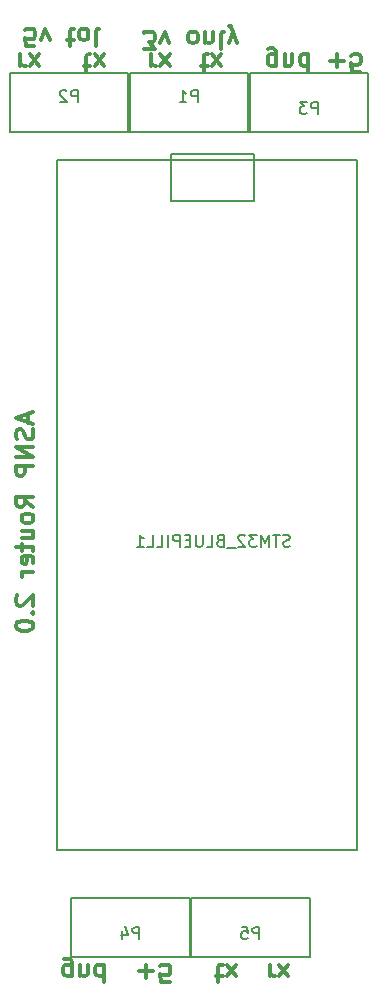
<source format=gbr>
%TF.GenerationSoftware,KiCad,Pcbnew,(5.1.6)-1*%
%TF.CreationDate,2020-06-28T19:49:48+04:00*%
%TF.ProjectId,SmartHousePowerUARTRouter,536d6172-7448-46f7-9573-65506f776572,rev?*%
%TF.SameCoordinates,Original*%
%TF.FileFunction,Legend,Bot*%
%TF.FilePolarity,Positive*%
%FSLAX46Y46*%
G04 Gerber Fmt 4.6, Leading zero omitted, Abs format (unit mm)*
G04 Created by KiCad (PCBNEW (5.1.6)-1) date 2020-06-28 19:49:48*
%MOMM*%
%LPD*%
G01*
G04 APERTURE LIST*
%ADD10C,0.300000*%
%ADD11C,0.150000*%
G04 APERTURE END LIST*
D10*
X250440000Y-83531428D02*
X250440000Y-84245714D01*
X250868571Y-83388571D02*
X249368571Y-83888571D01*
X250868571Y-84388571D01*
X250797142Y-84817142D02*
X250868571Y-85031428D01*
X250868571Y-85388571D01*
X250797142Y-85531428D01*
X250725714Y-85602857D01*
X250582857Y-85674285D01*
X250440000Y-85674285D01*
X250297142Y-85602857D01*
X250225714Y-85531428D01*
X250154285Y-85388571D01*
X250082857Y-85102857D01*
X250011428Y-84960000D01*
X249940000Y-84888571D01*
X249797142Y-84817142D01*
X249654285Y-84817142D01*
X249511428Y-84888571D01*
X249440000Y-84960000D01*
X249368571Y-85102857D01*
X249368571Y-85460000D01*
X249440000Y-85674285D01*
X250868571Y-86317142D02*
X249368571Y-86317142D01*
X250868571Y-87174285D01*
X249368571Y-87174285D01*
X250868571Y-87888571D02*
X249368571Y-87888571D01*
X249368571Y-88460000D01*
X249440000Y-88602857D01*
X249511428Y-88674285D01*
X249654285Y-88745714D01*
X249868571Y-88745714D01*
X250011428Y-88674285D01*
X250082857Y-88602857D01*
X250154285Y-88460000D01*
X250154285Y-87888571D01*
X250868571Y-91388571D02*
X250154285Y-90888571D01*
X250868571Y-90531428D02*
X249368571Y-90531428D01*
X249368571Y-91102857D01*
X249440000Y-91245714D01*
X249511428Y-91317142D01*
X249654285Y-91388571D01*
X249868571Y-91388571D01*
X250011428Y-91317142D01*
X250082857Y-91245714D01*
X250154285Y-91102857D01*
X250154285Y-90531428D01*
X250868571Y-92245714D02*
X250797142Y-92102857D01*
X250725714Y-92031428D01*
X250582857Y-91960000D01*
X250154285Y-91960000D01*
X250011428Y-92031428D01*
X249940000Y-92102857D01*
X249868571Y-92245714D01*
X249868571Y-92460000D01*
X249940000Y-92602857D01*
X250011428Y-92674285D01*
X250154285Y-92745714D01*
X250582857Y-92745714D01*
X250725714Y-92674285D01*
X250797142Y-92602857D01*
X250868571Y-92460000D01*
X250868571Y-92245714D01*
X249868571Y-94031428D02*
X250868571Y-94031428D01*
X249868571Y-93388571D02*
X250654285Y-93388571D01*
X250797142Y-93460000D01*
X250868571Y-93602857D01*
X250868571Y-93817142D01*
X250797142Y-93960000D01*
X250725714Y-94031428D01*
X249868571Y-94531428D02*
X249868571Y-95102857D01*
X249368571Y-94745714D02*
X250654285Y-94745714D01*
X250797142Y-94817142D01*
X250868571Y-94960000D01*
X250868571Y-95102857D01*
X250797142Y-96174285D02*
X250868571Y-96031428D01*
X250868571Y-95745714D01*
X250797142Y-95602857D01*
X250654285Y-95531428D01*
X250082857Y-95531428D01*
X249940000Y-95602857D01*
X249868571Y-95745714D01*
X249868571Y-96031428D01*
X249940000Y-96174285D01*
X250082857Y-96245714D01*
X250225714Y-96245714D01*
X250368571Y-95531428D01*
X250868571Y-96888571D02*
X249868571Y-96888571D01*
X250154285Y-96888571D02*
X250011428Y-96960000D01*
X249940000Y-97031428D01*
X249868571Y-97174285D01*
X249868571Y-97317142D01*
X249511428Y-98888571D02*
X249440000Y-98960000D01*
X249368571Y-99102857D01*
X249368571Y-99460000D01*
X249440000Y-99602857D01*
X249511428Y-99674285D01*
X249654285Y-99745714D01*
X249797142Y-99745714D01*
X250011428Y-99674285D01*
X250868571Y-98817142D01*
X250868571Y-99745714D01*
X250725714Y-100388571D02*
X250797142Y-100460000D01*
X250868571Y-100388571D01*
X250797142Y-100317142D01*
X250725714Y-100388571D01*
X250868571Y-100388571D01*
X249368571Y-101388571D02*
X249368571Y-101531428D01*
X249440000Y-101674285D01*
X249511428Y-101745714D01*
X249654285Y-101817142D01*
X249940000Y-101888571D01*
X250297142Y-101888571D01*
X250582857Y-101817142D01*
X250725714Y-101745714D01*
X250797142Y-101674285D01*
X250868571Y-101531428D01*
X250868571Y-101388571D01*
X250797142Y-101245714D01*
X250725714Y-101174285D01*
X250582857Y-101102857D01*
X250297142Y-101031428D01*
X249940000Y-101031428D01*
X249654285Y-101102857D01*
X249511428Y-101174285D01*
X249440000Y-101245714D01*
X249368571Y-101388571D01*
X250952285Y-52383428D02*
X250238000Y-52383428D01*
X250166571Y-51669142D01*
X250238000Y-51740571D01*
X250380857Y-51812000D01*
X250738000Y-51812000D01*
X250880857Y-51740571D01*
X250952285Y-51669142D01*
X251023714Y-51526285D01*
X251023714Y-51169142D01*
X250952285Y-51026285D01*
X250880857Y-50954857D01*
X250738000Y-50883428D01*
X250380857Y-50883428D01*
X250238000Y-50954857D01*
X250166571Y-51026285D01*
X251523714Y-51883428D02*
X251880857Y-50883428D01*
X252238000Y-51883428D01*
X253738000Y-51883428D02*
X254309428Y-51883428D01*
X253952285Y-52383428D02*
X253952285Y-51097714D01*
X254023714Y-50954857D01*
X254166571Y-50883428D01*
X254309428Y-50883428D01*
X255023714Y-50883428D02*
X254880857Y-50954857D01*
X254809428Y-51026285D01*
X254738000Y-51169142D01*
X254738000Y-51597714D01*
X254809428Y-51740571D01*
X254880857Y-51812000D01*
X255023714Y-51883428D01*
X255238000Y-51883428D01*
X255380857Y-51812000D01*
X255452285Y-51740571D01*
X255523714Y-51597714D01*
X255523714Y-51169142D01*
X255452285Y-51026285D01*
X255380857Y-50954857D01*
X255238000Y-50883428D01*
X255023714Y-50883428D01*
X256380857Y-50883428D02*
X256238000Y-50954857D01*
X256166571Y-51097714D01*
X256166571Y-52383428D01*
X260195714Y-52637428D02*
X261124285Y-52637428D01*
X260624285Y-52066000D01*
X260838571Y-52066000D01*
X260981428Y-51994571D01*
X261052857Y-51923142D01*
X261124285Y-51780285D01*
X261124285Y-51423142D01*
X261052857Y-51280285D01*
X260981428Y-51208857D01*
X260838571Y-51137428D01*
X260410000Y-51137428D01*
X260267142Y-51208857D01*
X260195714Y-51280285D01*
X261624285Y-52137428D02*
X261981428Y-51137428D01*
X262338571Y-52137428D01*
X264267142Y-51137428D02*
X264124285Y-51208857D01*
X264052857Y-51280285D01*
X263981428Y-51423142D01*
X263981428Y-51851714D01*
X264052857Y-51994571D01*
X264124285Y-52066000D01*
X264267142Y-52137428D01*
X264481428Y-52137428D01*
X264624285Y-52066000D01*
X264695714Y-51994571D01*
X264767142Y-51851714D01*
X264767142Y-51423142D01*
X264695714Y-51280285D01*
X264624285Y-51208857D01*
X264481428Y-51137428D01*
X264267142Y-51137428D01*
X265410000Y-52137428D02*
X265410000Y-51137428D01*
X265410000Y-51994571D02*
X265481428Y-52066000D01*
X265624285Y-52137428D01*
X265838571Y-52137428D01*
X265981428Y-52066000D01*
X266052857Y-51923142D01*
X266052857Y-51137428D01*
X266981428Y-51137428D02*
X266838571Y-51208857D01*
X266767142Y-51351714D01*
X266767142Y-52637428D01*
X267410000Y-52137428D02*
X267767142Y-51137428D01*
X268124285Y-52137428D02*
X267767142Y-51137428D01*
X267624285Y-50780285D01*
X267552857Y-50708857D01*
X267410000Y-50637428D01*
X254104285Y-131131428D02*
X254104285Y-129917142D01*
X254032857Y-129774285D01*
X253961428Y-129702857D01*
X253818571Y-129631428D01*
X253604285Y-129631428D01*
X253461428Y-129702857D01*
X254104285Y-130202857D02*
X253961428Y-130131428D01*
X253675714Y-130131428D01*
X253532857Y-130202857D01*
X253461428Y-130274285D01*
X253390000Y-130417142D01*
X253390000Y-130845714D01*
X253461428Y-130988571D01*
X253532857Y-131060000D01*
X253675714Y-131131428D01*
X253961428Y-131131428D01*
X254104285Y-131060000D01*
X254818571Y-131131428D02*
X254818571Y-130131428D01*
X254818571Y-130988571D02*
X254890000Y-131060000D01*
X255032857Y-131131428D01*
X255247142Y-131131428D01*
X255390000Y-131060000D01*
X255461428Y-130917142D01*
X255461428Y-130131428D01*
X256818571Y-130131428D02*
X256818571Y-131631428D01*
X256818571Y-130202857D02*
X256675714Y-130131428D01*
X256390000Y-130131428D01*
X256247142Y-130202857D01*
X256175714Y-130274285D01*
X256104285Y-130417142D01*
X256104285Y-130845714D01*
X256175714Y-130988571D01*
X256247142Y-131060000D01*
X256390000Y-131131428D01*
X256675714Y-131131428D01*
X256818571Y-131060000D01*
X259818571Y-130702857D02*
X260961428Y-130702857D01*
X260390000Y-130131428D02*
X260390000Y-131274285D01*
X262390000Y-131631428D02*
X261675714Y-131631428D01*
X261604285Y-130917142D01*
X261675714Y-130988571D01*
X261818571Y-131060000D01*
X262175714Y-131060000D01*
X262318571Y-130988571D01*
X262390000Y-130917142D01*
X262461428Y-130774285D01*
X262461428Y-130417142D01*
X262390000Y-130274285D01*
X262318571Y-130202857D01*
X262175714Y-130131428D01*
X261818571Y-130131428D01*
X261675714Y-130202857D01*
X261604285Y-130274285D01*
X266318571Y-131131428D02*
X266890000Y-131131428D01*
X266532857Y-131631428D02*
X266532857Y-130345714D01*
X266604285Y-130202857D01*
X266747142Y-130131428D01*
X266890000Y-130131428D01*
X267247142Y-130131428D02*
X268032857Y-131131428D01*
X267247142Y-131131428D02*
X268032857Y-130131428D01*
X270890000Y-130131428D02*
X270890000Y-131131428D01*
X270890000Y-130845714D02*
X270961428Y-130988571D01*
X271032857Y-131060000D01*
X271175714Y-131131428D01*
X271318571Y-131131428D01*
X271675714Y-130131428D02*
X272461428Y-131131428D01*
X271675714Y-131131428D02*
X272461428Y-130131428D01*
X249767142Y-53042428D02*
X249767142Y-54042428D01*
X249767142Y-53756714D02*
X249838571Y-53899571D01*
X249910000Y-53971000D01*
X250052857Y-54042428D01*
X250195714Y-54042428D01*
X250552857Y-53042428D02*
X251338571Y-54042428D01*
X250552857Y-54042428D02*
X251338571Y-53042428D01*
X255124285Y-54042428D02*
X255695714Y-54042428D01*
X255338571Y-54542428D02*
X255338571Y-53256714D01*
X255410000Y-53113857D01*
X255552857Y-53042428D01*
X255695714Y-53042428D01*
X256052857Y-53042428D02*
X256838571Y-54042428D01*
X256052857Y-54042428D02*
X256838571Y-53042428D01*
X260838571Y-53042428D02*
X260838571Y-54042428D01*
X260838571Y-53756714D02*
X260910000Y-53899571D01*
X260981428Y-53971000D01*
X261124285Y-54042428D01*
X261267142Y-54042428D01*
X261624285Y-53042428D02*
X262410000Y-54042428D01*
X261624285Y-54042428D02*
X262410000Y-53042428D01*
X265052857Y-54042428D02*
X265624285Y-54042428D01*
X265267142Y-54542428D02*
X265267142Y-53256714D01*
X265338571Y-53113857D01*
X265481428Y-53042428D01*
X265624285Y-53042428D01*
X265981428Y-53042428D02*
X266767142Y-54042428D01*
X265981428Y-54042428D02*
X266767142Y-53042428D01*
X271410000Y-54042428D02*
X271410000Y-52828142D01*
X271338571Y-52685285D01*
X271267142Y-52613857D01*
X271124285Y-52542428D01*
X270910000Y-52542428D01*
X270767142Y-52613857D01*
X271410000Y-53113857D02*
X271267142Y-53042428D01*
X270981428Y-53042428D01*
X270838571Y-53113857D01*
X270767142Y-53185285D01*
X270695714Y-53328142D01*
X270695714Y-53756714D01*
X270767142Y-53899571D01*
X270838571Y-53971000D01*
X270981428Y-54042428D01*
X271267142Y-54042428D01*
X271410000Y-53971000D01*
X272124285Y-54042428D02*
X272124285Y-53042428D01*
X272124285Y-53899571D02*
X272195714Y-53971000D01*
X272338571Y-54042428D01*
X272552857Y-54042428D01*
X272695714Y-53971000D01*
X272767142Y-53828142D01*
X272767142Y-53042428D01*
X274124285Y-53042428D02*
X274124285Y-54542428D01*
X274124285Y-53113857D02*
X273981428Y-53042428D01*
X273695714Y-53042428D01*
X273552857Y-53113857D01*
X273481428Y-53185285D01*
X273410000Y-53328142D01*
X273410000Y-53756714D01*
X273481428Y-53899571D01*
X273552857Y-53971000D01*
X273695714Y-54042428D01*
X273981428Y-54042428D01*
X274124285Y-53971000D01*
X275981428Y-53613857D02*
X277124285Y-53613857D01*
X276552857Y-53042428D02*
X276552857Y-54185285D01*
X278552857Y-54542428D02*
X277838571Y-54542428D01*
X277767142Y-53828142D01*
X277838571Y-53899571D01*
X277981428Y-53971000D01*
X278338571Y-53971000D01*
X278481428Y-53899571D01*
X278552857Y-53828142D01*
X278624285Y-53685285D01*
X278624285Y-53328142D01*
X278552857Y-53185285D01*
X278481428Y-53113857D01*
X278338571Y-53042428D01*
X277981428Y-53042428D01*
X277838571Y-53113857D01*
X277767142Y-53185285D01*
D11*
%TO.C,STM32_BLUEPILL1*%
X278280000Y-120440000D02*
X278280000Y-62020000D01*
X252880000Y-120440000D02*
X278280000Y-120440000D01*
X252880000Y-62020000D02*
X252880000Y-120440000D01*
X278280000Y-62020000D02*
X252880000Y-62020000D01*
X269500000Y-61500000D02*
X262500000Y-61500000D01*
X269500000Y-65500000D02*
X269500000Y-61500000D01*
X262500000Y-65500000D02*
X269500000Y-65500000D01*
X262500000Y-61500000D02*
X262500000Y-65500000D01*
%TO.C,P1*%
X259033000Y-54650000D02*
X259033000Y-59650000D01*
X269033000Y-54650000D02*
X259033000Y-54650000D01*
X269033000Y-59650000D02*
X269033000Y-54650000D01*
X259033000Y-59650000D02*
X269033000Y-59650000D01*
%TO.C,P2*%
X248873000Y-54650000D02*
X248873000Y-59650000D01*
X258873000Y-54650000D02*
X248873000Y-54650000D01*
X258873000Y-59650000D02*
X258873000Y-54650000D01*
X248873000Y-59650000D02*
X258873000Y-59650000D01*
%TO.C,P3*%
X279193000Y-59650000D02*
X279193000Y-54650000D01*
X269193000Y-59650000D02*
X279193000Y-59650000D01*
X269193000Y-54650000D02*
X269193000Y-59650000D01*
X279193000Y-54650000D02*
X269193000Y-54650000D01*
%TO.C,P4*%
X264080000Y-129500000D02*
X264080000Y-124500000D01*
X254080000Y-129500000D02*
X264080000Y-129500000D01*
X254080000Y-124500000D02*
X254080000Y-129500000D01*
X264080000Y-124500000D02*
X254080000Y-124500000D01*
%TO.C,P5*%
X274240000Y-129500000D02*
X274240000Y-124500000D01*
X264240000Y-129500000D02*
X274240000Y-129500000D01*
X264240000Y-124500000D02*
X264240000Y-129500000D01*
X274240000Y-124500000D02*
X264240000Y-124500000D01*
%TO.C,STM32_BLUEPILL1*%
X272576190Y-94704761D02*
X272433333Y-94752380D01*
X272195238Y-94752380D01*
X272100000Y-94704761D01*
X272052380Y-94657142D01*
X272004761Y-94561904D01*
X272004761Y-94466666D01*
X272052380Y-94371428D01*
X272100000Y-94323809D01*
X272195238Y-94276190D01*
X272385714Y-94228571D01*
X272480952Y-94180952D01*
X272528571Y-94133333D01*
X272576190Y-94038095D01*
X272576190Y-93942857D01*
X272528571Y-93847619D01*
X272480952Y-93800000D01*
X272385714Y-93752380D01*
X272147619Y-93752380D01*
X272004761Y-93800000D01*
X271719047Y-93752380D02*
X271147619Y-93752380D01*
X271433333Y-94752380D02*
X271433333Y-93752380D01*
X270814285Y-94752380D02*
X270814285Y-93752380D01*
X270480952Y-94466666D01*
X270147619Y-93752380D01*
X270147619Y-94752380D01*
X269766666Y-93752380D02*
X269147619Y-93752380D01*
X269480952Y-94133333D01*
X269338095Y-94133333D01*
X269242857Y-94180952D01*
X269195238Y-94228571D01*
X269147619Y-94323809D01*
X269147619Y-94561904D01*
X269195238Y-94657142D01*
X269242857Y-94704761D01*
X269338095Y-94752380D01*
X269623809Y-94752380D01*
X269719047Y-94704761D01*
X269766666Y-94657142D01*
X268766666Y-93847619D02*
X268719047Y-93800000D01*
X268623809Y-93752380D01*
X268385714Y-93752380D01*
X268290476Y-93800000D01*
X268242857Y-93847619D01*
X268195238Y-93942857D01*
X268195238Y-94038095D01*
X268242857Y-94180952D01*
X268814285Y-94752380D01*
X268195238Y-94752380D01*
X268004761Y-94847619D02*
X267242857Y-94847619D01*
X266671428Y-94228571D02*
X266528571Y-94276190D01*
X266480952Y-94323809D01*
X266433333Y-94419047D01*
X266433333Y-94561904D01*
X266480952Y-94657142D01*
X266528571Y-94704761D01*
X266623809Y-94752380D01*
X267004761Y-94752380D01*
X267004761Y-93752380D01*
X266671428Y-93752380D01*
X266576190Y-93800000D01*
X266528571Y-93847619D01*
X266480952Y-93942857D01*
X266480952Y-94038095D01*
X266528571Y-94133333D01*
X266576190Y-94180952D01*
X266671428Y-94228571D01*
X267004761Y-94228571D01*
X265528571Y-94752380D02*
X266004761Y-94752380D01*
X266004761Y-93752380D01*
X265195238Y-93752380D02*
X265195238Y-94561904D01*
X265147619Y-94657142D01*
X265100000Y-94704761D01*
X265004761Y-94752380D01*
X264814285Y-94752380D01*
X264719047Y-94704761D01*
X264671428Y-94657142D01*
X264623809Y-94561904D01*
X264623809Y-93752380D01*
X264147619Y-94228571D02*
X263814285Y-94228571D01*
X263671428Y-94752380D02*
X264147619Y-94752380D01*
X264147619Y-93752380D01*
X263671428Y-93752380D01*
X263242857Y-94752380D02*
X263242857Y-93752380D01*
X262861904Y-93752380D01*
X262766666Y-93800000D01*
X262719047Y-93847619D01*
X262671428Y-93942857D01*
X262671428Y-94085714D01*
X262719047Y-94180952D01*
X262766666Y-94228571D01*
X262861904Y-94276190D01*
X263242857Y-94276190D01*
X262242857Y-94752380D02*
X262242857Y-93752380D01*
X261290476Y-94752380D02*
X261766666Y-94752380D01*
X261766666Y-93752380D01*
X260480952Y-94752380D02*
X260957142Y-94752380D01*
X260957142Y-93752380D01*
X259623809Y-94752380D02*
X260195238Y-94752380D01*
X259909523Y-94752380D02*
X259909523Y-93752380D01*
X260004761Y-93895238D01*
X260100000Y-93990476D01*
X260195238Y-94038095D01*
%TO.C,P1*%
X264771095Y-57102380D02*
X264771095Y-56102380D01*
X264390142Y-56102380D01*
X264294904Y-56150000D01*
X264247285Y-56197619D01*
X264199666Y-56292857D01*
X264199666Y-56435714D01*
X264247285Y-56530952D01*
X264294904Y-56578571D01*
X264390142Y-56626190D01*
X264771095Y-56626190D01*
X263247285Y-57102380D02*
X263818714Y-57102380D01*
X263533000Y-57102380D02*
X263533000Y-56102380D01*
X263628238Y-56245238D01*
X263723476Y-56340476D01*
X263818714Y-56388095D01*
%TO.C,P2*%
X254611095Y-57102380D02*
X254611095Y-56102380D01*
X254230142Y-56102380D01*
X254134904Y-56150000D01*
X254087285Y-56197619D01*
X254039666Y-56292857D01*
X254039666Y-56435714D01*
X254087285Y-56530952D01*
X254134904Y-56578571D01*
X254230142Y-56626190D01*
X254611095Y-56626190D01*
X253658714Y-56197619D02*
X253611095Y-56150000D01*
X253515857Y-56102380D01*
X253277761Y-56102380D01*
X253182523Y-56150000D01*
X253134904Y-56197619D01*
X253087285Y-56292857D01*
X253087285Y-56388095D01*
X253134904Y-56530952D01*
X253706333Y-57102380D01*
X253087285Y-57102380D01*
%TO.C,P3*%
X274931095Y-58102380D02*
X274931095Y-57102380D01*
X274550142Y-57102380D01*
X274454904Y-57150000D01*
X274407285Y-57197619D01*
X274359666Y-57292857D01*
X274359666Y-57435714D01*
X274407285Y-57530952D01*
X274454904Y-57578571D01*
X274550142Y-57626190D01*
X274931095Y-57626190D01*
X274026333Y-57102380D02*
X273407285Y-57102380D01*
X273740619Y-57483333D01*
X273597761Y-57483333D01*
X273502523Y-57530952D01*
X273454904Y-57578571D01*
X273407285Y-57673809D01*
X273407285Y-57911904D01*
X273454904Y-58007142D01*
X273502523Y-58054761D01*
X273597761Y-58102380D01*
X273883476Y-58102380D01*
X273978714Y-58054761D01*
X274026333Y-58007142D01*
%TO.C,P4*%
X259818095Y-127952380D02*
X259818095Y-126952380D01*
X259437142Y-126952380D01*
X259341904Y-127000000D01*
X259294285Y-127047619D01*
X259246666Y-127142857D01*
X259246666Y-127285714D01*
X259294285Y-127380952D01*
X259341904Y-127428571D01*
X259437142Y-127476190D01*
X259818095Y-127476190D01*
X258389523Y-127285714D02*
X258389523Y-127952380D01*
X258627619Y-126904761D02*
X258865714Y-127619047D01*
X258246666Y-127619047D01*
%TO.C,P5*%
X269978095Y-127952380D02*
X269978095Y-126952380D01*
X269597142Y-126952380D01*
X269501904Y-127000000D01*
X269454285Y-127047619D01*
X269406666Y-127142857D01*
X269406666Y-127285714D01*
X269454285Y-127380952D01*
X269501904Y-127428571D01*
X269597142Y-127476190D01*
X269978095Y-127476190D01*
X268501904Y-126952380D02*
X268978095Y-126952380D01*
X269025714Y-127428571D01*
X268978095Y-127380952D01*
X268882857Y-127333333D01*
X268644761Y-127333333D01*
X268549523Y-127380952D01*
X268501904Y-127428571D01*
X268454285Y-127523809D01*
X268454285Y-127761904D01*
X268501904Y-127857142D01*
X268549523Y-127904761D01*
X268644761Y-127952380D01*
X268882857Y-127952380D01*
X268978095Y-127904761D01*
X269025714Y-127857142D01*
%TD*%
M02*

</source>
